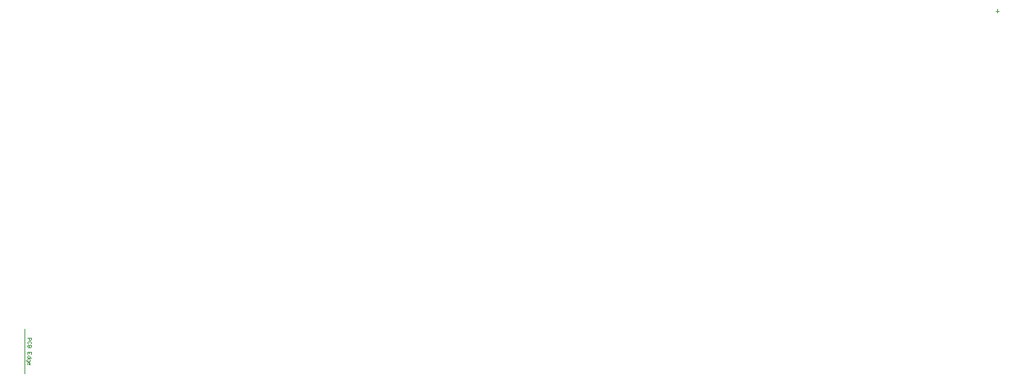
<source format=gm1>
%FSLAX25Y25*%
%MOIN*%
G70*
G01*
G75*
G04 Layer_Color=16711935*
%ADD10O,0.02953X0.01181*%
%ADD11O,0.01181X0.02953*%
%ADD12R,0.14173X0.14173*%
%ADD13R,0.12992X0.09449*%
%ADD14R,0.05118X0.02165*%
%ADD15C,0.01181*%
%ADD16C,0.05512*%
%ADD17C,0.04724*%
%ADD18C,0.05118*%
%ADD19R,0.05906X0.05906*%
%ADD20C,0.05906*%
%ADD21R,0.05906X0.05906*%
%ADD22C,0.06496*%
%ADD23O,0.09843X0.05512*%
G04:AMPARAMS|DCode=24|XSize=59.84mil|YSize=59.84mil|CornerRadius=14.96mil|HoleSize=0mil|Usage=FLASHONLY|Rotation=270.000|XOffset=0mil|YOffset=0mil|HoleType=Round|Shape=RoundedRectangle|*
%AMROUNDEDRECTD24*
21,1,0.05984,0.02992,0,0,270.0*
21,1,0.02992,0.05984,0,0,270.0*
1,1,0.02992,-0.01496,-0.01496*
1,1,0.02992,-0.01496,0.01496*
1,1,0.02992,0.01496,0.01496*
1,1,0.02992,0.01496,-0.01496*
%
%ADD24ROUNDEDRECTD24*%
%ADD25C,0.05984*%
%ADD26C,0.06299*%
%ADD27C,0.01969*%
%ADD28C,0.04000*%
%ADD29C,0.07347*%
%ADD30C,0.06756*%
%ADD31C,0.06756*%
%ADD32C,0.07543*%
%ADD33C,0.07937*%
%ADD34O,0.09906X0.06953*%
%ADD35C,0.01000*%
%ADD36C,0.00984*%
%ADD37C,0.00787*%
%ADD38C,0.00800*%
%ADD39O,0.03753X0.01981*%
%ADD40O,0.01981X0.03753*%
%ADD41R,0.14973X0.14973*%
%ADD42R,0.13792X0.10249*%
%ADD43C,0.06312*%
%ADD44C,0.05524*%
%ADD45C,0.05918*%
%ADD46R,0.06706X0.06706*%
%ADD47C,0.06706*%
%ADD48R,0.06706X0.06706*%
%ADD49C,0.07296*%
%ADD50O,0.10642X0.06312*%
G04:AMPARAMS|DCode=51|XSize=67.84mil|YSize=67.84mil|CornerRadius=18.96mil|HoleSize=0mil|Usage=FLASHONLY|Rotation=270.000|XOffset=0mil|YOffset=0mil|HoleType=Round|Shape=RoundedRectangle|*
%AMROUNDEDRECTD51*
21,1,0.06784,0.02992,0,0,270.0*
21,1,0.02992,0.06784,0,0,270.0*
1,1,0.03792,-0.01496,-0.01496*
1,1,0.03792,-0.01496,0.01496*
1,1,0.03792,0.01496,0.01496*
1,1,0.03792,0.01496,-0.01496*
%
%ADD51ROUNDEDRECTD51*%
%ADD52C,0.06784*%
%ADD53C,0.07099*%
%ADD54C,0.02769*%
%ADD55C,0.00394*%
%ADD56C,0.00197*%
D55*
X642000Y488713D02*
Y490287D01*
X641213Y489500D02*
X642787D01*
X205500Y326421D02*
Y346579D01*
D56*
X206681Y342406D02*
X208255D01*
Y341618D01*
X207993Y341356D01*
X207468D01*
X207206Y341618D01*
Y342406D01*
X207993Y339782D02*
X208255Y340044D01*
Y340569D01*
X207993Y340831D01*
X206943D01*
X206681Y340569D01*
Y340044D01*
X206943Y339782D01*
X208255Y339257D02*
X206681D01*
Y338470D01*
X206943Y338207D01*
X207206D01*
X207468Y338470D01*
Y339257D01*
Y338470D01*
X207731Y338207D01*
X207993D01*
X208255Y338470D01*
Y339257D01*
Y335059D02*
Y336108D01*
X206681D01*
Y335059D01*
X207468Y336108D02*
Y335584D01*
X208255Y333485D02*
X206681D01*
Y334272D01*
X206943Y334534D01*
X207468D01*
X207731Y334272D01*
Y333485D01*
X206156Y332435D02*
Y332173D01*
X206419Y331910D01*
X207731D01*
Y332697D01*
X207468Y332960D01*
X206943D01*
X206681Y332697D01*
Y331910D01*
Y330598D02*
Y331123D01*
X206943Y331385D01*
X207468D01*
X207731Y331123D01*
Y330598D01*
X207468Y330336D01*
X207206D01*
Y331385D01*
M02*

</source>
